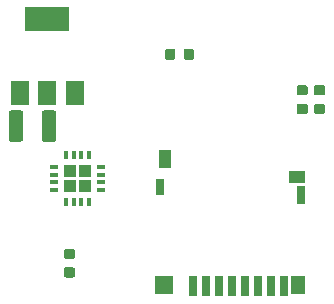
<source format=gbr>
G04 #@! TF.GenerationSoftware,KiCad,Pcbnew,(5.1.5)-3*
G04 #@! TF.CreationDate,2020-04-16T14:44:53-04:00*
G04 #@! TF.ProjectId,STM32_SMD_Quadcopter,53544d33-325f-4534-9d44-5f5175616463,rev?*
G04 #@! TF.SameCoordinates,PX2daf690PY1aab7d8*
G04 #@! TF.FileFunction,Paste,Bot*
G04 #@! TF.FilePolarity,Positive*
%FSLAX46Y46*%
G04 Gerber Fmt 4.6, Leading zero omitted, Abs format (unit mm)*
G04 Created by KiCad (PCBNEW (5.1.5)-3) date 2020-04-16 14:44:53*
%MOMM*%
%LPD*%
G04 APERTURE LIST*
%ADD10C,0.100000*%
%ADD11R,0.350000X0.800000*%
%ADD12R,0.800000X0.350000*%
%ADD13R,1.050000X1.050000*%
%ADD14R,3.800000X2.000000*%
%ADD15R,1.500000X2.000000*%
%ADD16R,0.700000X1.750000*%
%ADD17R,1.300000X1.500000*%
%ADD18R,0.800000X1.500000*%
%ADD19R,1.450000X1.000000*%
%ADD20R,0.800000X1.400000*%
%ADD21R,1.500000X1.500000*%
%ADD22R,1.000000X1.550000*%
G04 APERTURE END LIST*
D10*
G36*
X18807691Y-3996453D02*
G01*
X18828926Y-3999603D01*
X18849750Y-4004819D01*
X18869962Y-4012051D01*
X18889368Y-4021230D01*
X18907781Y-4032266D01*
X18925024Y-4045054D01*
X18940930Y-4059470D01*
X18955346Y-4075376D01*
X18968134Y-4092619D01*
X18979170Y-4111032D01*
X18988349Y-4130438D01*
X18995581Y-4150650D01*
X19000797Y-4171474D01*
X19003947Y-4192709D01*
X19005000Y-4214150D01*
X19005000Y-4726650D01*
X19003947Y-4748091D01*
X19000797Y-4769326D01*
X18995581Y-4790150D01*
X18988349Y-4810362D01*
X18979170Y-4829768D01*
X18968134Y-4848181D01*
X18955346Y-4865424D01*
X18940930Y-4881330D01*
X18925024Y-4895746D01*
X18907781Y-4908534D01*
X18889368Y-4919570D01*
X18869962Y-4928749D01*
X18849750Y-4935981D01*
X18828926Y-4941197D01*
X18807691Y-4944347D01*
X18786250Y-4945400D01*
X18348750Y-4945400D01*
X18327309Y-4944347D01*
X18306074Y-4941197D01*
X18285250Y-4935981D01*
X18265038Y-4928749D01*
X18245632Y-4919570D01*
X18227219Y-4908534D01*
X18209976Y-4895746D01*
X18194070Y-4881330D01*
X18179654Y-4865424D01*
X18166866Y-4848181D01*
X18155830Y-4829768D01*
X18146651Y-4810362D01*
X18139419Y-4790150D01*
X18134203Y-4769326D01*
X18131053Y-4748091D01*
X18130000Y-4726650D01*
X18130000Y-4214150D01*
X18131053Y-4192709D01*
X18134203Y-4171474D01*
X18139419Y-4150650D01*
X18146651Y-4130438D01*
X18155830Y-4111032D01*
X18166866Y-4092619D01*
X18179654Y-4075376D01*
X18194070Y-4059470D01*
X18209976Y-4045054D01*
X18227219Y-4032266D01*
X18245632Y-4021230D01*
X18265038Y-4012051D01*
X18285250Y-4004819D01*
X18306074Y-3999603D01*
X18327309Y-3996453D01*
X18348750Y-3995400D01*
X18786250Y-3995400D01*
X18807691Y-3996453D01*
G37*
G36*
X17232691Y-3996453D02*
G01*
X17253926Y-3999603D01*
X17274750Y-4004819D01*
X17294962Y-4012051D01*
X17314368Y-4021230D01*
X17332781Y-4032266D01*
X17350024Y-4045054D01*
X17365930Y-4059470D01*
X17380346Y-4075376D01*
X17393134Y-4092619D01*
X17404170Y-4111032D01*
X17413349Y-4130438D01*
X17420581Y-4150650D01*
X17425797Y-4171474D01*
X17428947Y-4192709D01*
X17430000Y-4214150D01*
X17430000Y-4726650D01*
X17428947Y-4748091D01*
X17425797Y-4769326D01*
X17420581Y-4790150D01*
X17413349Y-4810362D01*
X17404170Y-4829768D01*
X17393134Y-4848181D01*
X17380346Y-4865424D01*
X17365930Y-4881330D01*
X17350024Y-4895746D01*
X17332781Y-4908534D01*
X17314368Y-4919570D01*
X17294962Y-4928749D01*
X17274750Y-4935981D01*
X17253926Y-4941197D01*
X17232691Y-4944347D01*
X17211250Y-4945400D01*
X16773750Y-4945400D01*
X16752309Y-4944347D01*
X16731074Y-4941197D01*
X16710250Y-4935981D01*
X16690038Y-4928749D01*
X16670632Y-4919570D01*
X16652219Y-4908534D01*
X16634976Y-4895746D01*
X16619070Y-4881330D01*
X16604654Y-4865424D01*
X16591866Y-4848181D01*
X16580830Y-4829768D01*
X16571651Y-4810362D01*
X16564419Y-4790150D01*
X16559203Y-4769326D01*
X16556053Y-4748091D01*
X16555000Y-4726650D01*
X16555000Y-4214150D01*
X16556053Y-4192709D01*
X16559203Y-4171474D01*
X16564419Y-4150650D01*
X16571651Y-4130438D01*
X16580830Y-4111032D01*
X16591866Y-4092619D01*
X16604654Y-4075376D01*
X16619070Y-4059470D01*
X16634976Y-4045054D01*
X16652219Y-4032266D01*
X16670632Y-4021230D01*
X16690038Y-4012051D01*
X16710250Y-4004819D01*
X16731074Y-3999603D01*
X16752309Y-3996453D01*
X16773750Y-3995400D01*
X17211250Y-3995400D01*
X17232691Y-3996453D01*
G37*
G36*
X8735891Y-22499853D02*
G01*
X8757126Y-22503003D01*
X8777950Y-22508219D01*
X8798162Y-22515451D01*
X8817568Y-22524630D01*
X8835981Y-22535666D01*
X8853224Y-22548454D01*
X8869130Y-22562870D01*
X8883546Y-22578776D01*
X8896334Y-22596019D01*
X8907370Y-22614432D01*
X8916549Y-22633838D01*
X8923781Y-22654050D01*
X8928997Y-22674874D01*
X8932147Y-22696109D01*
X8933200Y-22717550D01*
X8933200Y-23155050D01*
X8932147Y-23176491D01*
X8928997Y-23197726D01*
X8923781Y-23218550D01*
X8916549Y-23238762D01*
X8907370Y-23258168D01*
X8896334Y-23276581D01*
X8883546Y-23293824D01*
X8869130Y-23309730D01*
X8853224Y-23324146D01*
X8835981Y-23336934D01*
X8817568Y-23347970D01*
X8798162Y-23357149D01*
X8777950Y-23364381D01*
X8757126Y-23369597D01*
X8735891Y-23372747D01*
X8714450Y-23373800D01*
X8201950Y-23373800D01*
X8180509Y-23372747D01*
X8159274Y-23369597D01*
X8138450Y-23364381D01*
X8118238Y-23357149D01*
X8098832Y-23347970D01*
X8080419Y-23336934D01*
X8063176Y-23324146D01*
X8047270Y-23309730D01*
X8032854Y-23293824D01*
X8020066Y-23276581D01*
X8009030Y-23258168D01*
X7999851Y-23238762D01*
X7992619Y-23218550D01*
X7987403Y-23197726D01*
X7984253Y-23176491D01*
X7983200Y-23155050D01*
X7983200Y-22717550D01*
X7984253Y-22696109D01*
X7987403Y-22674874D01*
X7992619Y-22654050D01*
X7999851Y-22633838D01*
X8009030Y-22614432D01*
X8020066Y-22596019D01*
X8032854Y-22578776D01*
X8047270Y-22562870D01*
X8063176Y-22548454D01*
X8080419Y-22535666D01*
X8098832Y-22524630D01*
X8118238Y-22515451D01*
X8138450Y-22508219D01*
X8159274Y-22503003D01*
X8180509Y-22499853D01*
X8201950Y-22498800D01*
X8714450Y-22498800D01*
X8735891Y-22499853D01*
G37*
G36*
X8735891Y-20924853D02*
G01*
X8757126Y-20928003D01*
X8777950Y-20933219D01*
X8798162Y-20940451D01*
X8817568Y-20949630D01*
X8835981Y-20960666D01*
X8853224Y-20973454D01*
X8869130Y-20987870D01*
X8883546Y-21003776D01*
X8896334Y-21021019D01*
X8907370Y-21039432D01*
X8916549Y-21058838D01*
X8923781Y-21079050D01*
X8928997Y-21099874D01*
X8932147Y-21121109D01*
X8933200Y-21142550D01*
X8933200Y-21580050D01*
X8932147Y-21601491D01*
X8928997Y-21622726D01*
X8923781Y-21643550D01*
X8916549Y-21663762D01*
X8907370Y-21683168D01*
X8896334Y-21701581D01*
X8883546Y-21718824D01*
X8869130Y-21734730D01*
X8853224Y-21749146D01*
X8835981Y-21761934D01*
X8817568Y-21772970D01*
X8798162Y-21782149D01*
X8777950Y-21789381D01*
X8757126Y-21794597D01*
X8735891Y-21797747D01*
X8714450Y-21798800D01*
X8201950Y-21798800D01*
X8180509Y-21797747D01*
X8159274Y-21794597D01*
X8138450Y-21789381D01*
X8118238Y-21782149D01*
X8098832Y-21772970D01*
X8080419Y-21761934D01*
X8063176Y-21749146D01*
X8047270Y-21734730D01*
X8032854Y-21718824D01*
X8020066Y-21701581D01*
X8009030Y-21683168D01*
X7999851Y-21663762D01*
X7992619Y-21643550D01*
X7987403Y-21622726D01*
X7984253Y-21601491D01*
X7983200Y-21580050D01*
X7983200Y-21142550D01*
X7984253Y-21121109D01*
X7987403Y-21099874D01*
X7992619Y-21079050D01*
X7999851Y-21058838D01*
X8009030Y-21039432D01*
X8020066Y-21021019D01*
X8032854Y-21003776D01*
X8047270Y-20987870D01*
X8063176Y-20973454D01*
X8080419Y-20960666D01*
X8098832Y-20949630D01*
X8118238Y-20940451D01*
X8138450Y-20933219D01*
X8159274Y-20928003D01*
X8180509Y-20924853D01*
X8201950Y-20923800D01*
X8714450Y-20923800D01*
X8735891Y-20924853D01*
G37*
G36*
X4333504Y-9217204D02*
G01*
X4357773Y-9220804D01*
X4381571Y-9226765D01*
X4404671Y-9235030D01*
X4426849Y-9245520D01*
X4447893Y-9258133D01*
X4467598Y-9272747D01*
X4485777Y-9289223D01*
X4502253Y-9307402D01*
X4516867Y-9327107D01*
X4529480Y-9348151D01*
X4539970Y-9370329D01*
X4548235Y-9393429D01*
X4554196Y-9417227D01*
X4557796Y-9441496D01*
X4559000Y-9466000D01*
X4559000Y-11616000D01*
X4557796Y-11640504D01*
X4554196Y-11664773D01*
X4548235Y-11688571D01*
X4539970Y-11711671D01*
X4529480Y-11733849D01*
X4516867Y-11754893D01*
X4502253Y-11774598D01*
X4485777Y-11792777D01*
X4467598Y-11809253D01*
X4447893Y-11823867D01*
X4426849Y-11836480D01*
X4404671Y-11846970D01*
X4381571Y-11855235D01*
X4357773Y-11861196D01*
X4333504Y-11864796D01*
X4309000Y-11866000D01*
X3559000Y-11866000D01*
X3534496Y-11864796D01*
X3510227Y-11861196D01*
X3486429Y-11855235D01*
X3463329Y-11846970D01*
X3441151Y-11836480D01*
X3420107Y-11823867D01*
X3400402Y-11809253D01*
X3382223Y-11792777D01*
X3365747Y-11774598D01*
X3351133Y-11754893D01*
X3338520Y-11733849D01*
X3328030Y-11711671D01*
X3319765Y-11688571D01*
X3313804Y-11664773D01*
X3310204Y-11640504D01*
X3309000Y-11616000D01*
X3309000Y-9466000D01*
X3310204Y-9441496D01*
X3313804Y-9417227D01*
X3319765Y-9393429D01*
X3328030Y-9370329D01*
X3338520Y-9348151D01*
X3351133Y-9327107D01*
X3365747Y-9307402D01*
X3382223Y-9289223D01*
X3400402Y-9272747D01*
X3420107Y-9258133D01*
X3441151Y-9245520D01*
X3463329Y-9235030D01*
X3486429Y-9226765D01*
X3510227Y-9220804D01*
X3534496Y-9217204D01*
X3559000Y-9216000D01*
X4309000Y-9216000D01*
X4333504Y-9217204D01*
G37*
G36*
X7133504Y-9217204D02*
G01*
X7157773Y-9220804D01*
X7181571Y-9226765D01*
X7204671Y-9235030D01*
X7226849Y-9245520D01*
X7247893Y-9258133D01*
X7267598Y-9272747D01*
X7285777Y-9289223D01*
X7302253Y-9307402D01*
X7316867Y-9327107D01*
X7329480Y-9348151D01*
X7339970Y-9370329D01*
X7348235Y-9393429D01*
X7354196Y-9417227D01*
X7357796Y-9441496D01*
X7359000Y-9466000D01*
X7359000Y-11616000D01*
X7357796Y-11640504D01*
X7354196Y-11664773D01*
X7348235Y-11688571D01*
X7339970Y-11711671D01*
X7329480Y-11733849D01*
X7316867Y-11754893D01*
X7302253Y-11774598D01*
X7285777Y-11792777D01*
X7267598Y-11809253D01*
X7247893Y-11823867D01*
X7226849Y-11836480D01*
X7204671Y-11846970D01*
X7181571Y-11855235D01*
X7157773Y-11861196D01*
X7133504Y-11864796D01*
X7109000Y-11866000D01*
X6359000Y-11866000D01*
X6334496Y-11864796D01*
X6310227Y-11861196D01*
X6286429Y-11855235D01*
X6263329Y-11846970D01*
X6241151Y-11836480D01*
X6220107Y-11823867D01*
X6200402Y-11809253D01*
X6182223Y-11792777D01*
X6165747Y-11774598D01*
X6151133Y-11754893D01*
X6138520Y-11733849D01*
X6128030Y-11711671D01*
X6119765Y-11688571D01*
X6113804Y-11664773D01*
X6110204Y-11640504D01*
X6109000Y-11616000D01*
X6109000Y-9466000D01*
X6110204Y-9441496D01*
X6113804Y-9417227D01*
X6119765Y-9393429D01*
X6128030Y-9370329D01*
X6138520Y-9348151D01*
X6151133Y-9327107D01*
X6165747Y-9307402D01*
X6182223Y-9289223D01*
X6200402Y-9272747D01*
X6220107Y-9258133D01*
X6241151Y-9245520D01*
X6263329Y-9235030D01*
X6286429Y-9226765D01*
X6310227Y-9220804D01*
X6334496Y-9217204D01*
X6359000Y-9216000D01*
X7109000Y-9216000D01*
X7133504Y-9217204D01*
G37*
D11*
X10119000Y-16986000D03*
X9469000Y-16986000D03*
X8819000Y-16986000D03*
X8169000Y-16986000D03*
D12*
X7144000Y-15961000D03*
X7144000Y-15311000D03*
X7144000Y-14661000D03*
X7144000Y-14011000D03*
D11*
X8169000Y-12986000D03*
X8819000Y-12986000D03*
X9469000Y-12986000D03*
X10119000Y-12986000D03*
D12*
X11144000Y-14011000D03*
X11144000Y-14661000D03*
X11144000Y-15311000D03*
X11144000Y-15961000D03*
D13*
X8519000Y-15611000D03*
X8519000Y-14361000D03*
X9769000Y-15611000D03*
X9769000Y-14361000D03*
D14*
X6604000Y-1447000D03*
D15*
X6604000Y-7747000D03*
X4304000Y-7747000D03*
X8904000Y-7747000D03*
D10*
G36*
X29919491Y-7081853D02*
G01*
X29940726Y-7085003D01*
X29961550Y-7090219D01*
X29981762Y-7097451D01*
X30001168Y-7106630D01*
X30019581Y-7117666D01*
X30036824Y-7130454D01*
X30052730Y-7144870D01*
X30067146Y-7160776D01*
X30079934Y-7178019D01*
X30090970Y-7196432D01*
X30100149Y-7215838D01*
X30107381Y-7236050D01*
X30112597Y-7256874D01*
X30115747Y-7278109D01*
X30116800Y-7299550D01*
X30116800Y-7737050D01*
X30115747Y-7758491D01*
X30112597Y-7779726D01*
X30107381Y-7800550D01*
X30100149Y-7820762D01*
X30090970Y-7840168D01*
X30079934Y-7858581D01*
X30067146Y-7875824D01*
X30052730Y-7891730D01*
X30036824Y-7906146D01*
X30019581Y-7918934D01*
X30001168Y-7929970D01*
X29981762Y-7939149D01*
X29961550Y-7946381D01*
X29940726Y-7951597D01*
X29919491Y-7954747D01*
X29898050Y-7955800D01*
X29385550Y-7955800D01*
X29364109Y-7954747D01*
X29342874Y-7951597D01*
X29322050Y-7946381D01*
X29301838Y-7939149D01*
X29282432Y-7929970D01*
X29264019Y-7918934D01*
X29246776Y-7906146D01*
X29230870Y-7891730D01*
X29216454Y-7875824D01*
X29203666Y-7858581D01*
X29192630Y-7840168D01*
X29183451Y-7820762D01*
X29176219Y-7800550D01*
X29171003Y-7779726D01*
X29167853Y-7758491D01*
X29166800Y-7737050D01*
X29166800Y-7299550D01*
X29167853Y-7278109D01*
X29171003Y-7256874D01*
X29176219Y-7236050D01*
X29183451Y-7215838D01*
X29192630Y-7196432D01*
X29203666Y-7178019D01*
X29216454Y-7160776D01*
X29230870Y-7144870D01*
X29246776Y-7130454D01*
X29264019Y-7117666D01*
X29282432Y-7106630D01*
X29301838Y-7097451D01*
X29322050Y-7090219D01*
X29342874Y-7085003D01*
X29364109Y-7081853D01*
X29385550Y-7080800D01*
X29898050Y-7080800D01*
X29919491Y-7081853D01*
G37*
G36*
X29919491Y-8656853D02*
G01*
X29940726Y-8660003D01*
X29961550Y-8665219D01*
X29981762Y-8672451D01*
X30001168Y-8681630D01*
X30019581Y-8692666D01*
X30036824Y-8705454D01*
X30052730Y-8719870D01*
X30067146Y-8735776D01*
X30079934Y-8753019D01*
X30090970Y-8771432D01*
X30100149Y-8790838D01*
X30107381Y-8811050D01*
X30112597Y-8831874D01*
X30115747Y-8853109D01*
X30116800Y-8874550D01*
X30116800Y-9312050D01*
X30115747Y-9333491D01*
X30112597Y-9354726D01*
X30107381Y-9375550D01*
X30100149Y-9395762D01*
X30090970Y-9415168D01*
X30079934Y-9433581D01*
X30067146Y-9450824D01*
X30052730Y-9466730D01*
X30036824Y-9481146D01*
X30019581Y-9493934D01*
X30001168Y-9504970D01*
X29981762Y-9514149D01*
X29961550Y-9521381D01*
X29940726Y-9526597D01*
X29919491Y-9529747D01*
X29898050Y-9530800D01*
X29385550Y-9530800D01*
X29364109Y-9529747D01*
X29342874Y-9526597D01*
X29322050Y-9521381D01*
X29301838Y-9514149D01*
X29282432Y-9504970D01*
X29264019Y-9493934D01*
X29246776Y-9481146D01*
X29230870Y-9466730D01*
X29216454Y-9450824D01*
X29203666Y-9433581D01*
X29192630Y-9415168D01*
X29183451Y-9395762D01*
X29176219Y-9375550D01*
X29171003Y-9354726D01*
X29167853Y-9333491D01*
X29166800Y-9312050D01*
X29166800Y-8874550D01*
X29167853Y-8853109D01*
X29171003Y-8831874D01*
X29176219Y-8811050D01*
X29183451Y-8790838D01*
X29192630Y-8771432D01*
X29203666Y-8753019D01*
X29216454Y-8735776D01*
X29230870Y-8719870D01*
X29246776Y-8705454D01*
X29264019Y-8692666D01*
X29282432Y-8681630D01*
X29301838Y-8672451D01*
X29322050Y-8665219D01*
X29342874Y-8660003D01*
X29364109Y-8656853D01*
X29385550Y-8655800D01*
X29898050Y-8655800D01*
X29919491Y-8656853D01*
G37*
G36*
X28446291Y-7081853D02*
G01*
X28467526Y-7085003D01*
X28488350Y-7090219D01*
X28508562Y-7097451D01*
X28527968Y-7106630D01*
X28546381Y-7117666D01*
X28563624Y-7130454D01*
X28579530Y-7144870D01*
X28593946Y-7160776D01*
X28606734Y-7178019D01*
X28617770Y-7196432D01*
X28626949Y-7215838D01*
X28634181Y-7236050D01*
X28639397Y-7256874D01*
X28642547Y-7278109D01*
X28643600Y-7299550D01*
X28643600Y-7737050D01*
X28642547Y-7758491D01*
X28639397Y-7779726D01*
X28634181Y-7800550D01*
X28626949Y-7820762D01*
X28617770Y-7840168D01*
X28606734Y-7858581D01*
X28593946Y-7875824D01*
X28579530Y-7891730D01*
X28563624Y-7906146D01*
X28546381Y-7918934D01*
X28527968Y-7929970D01*
X28508562Y-7939149D01*
X28488350Y-7946381D01*
X28467526Y-7951597D01*
X28446291Y-7954747D01*
X28424850Y-7955800D01*
X27912350Y-7955800D01*
X27890909Y-7954747D01*
X27869674Y-7951597D01*
X27848850Y-7946381D01*
X27828638Y-7939149D01*
X27809232Y-7929970D01*
X27790819Y-7918934D01*
X27773576Y-7906146D01*
X27757670Y-7891730D01*
X27743254Y-7875824D01*
X27730466Y-7858581D01*
X27719430Y-7840168D01*
X27710251Y-7820762D01*
X27703019Y-7800550D01*
X27697803Y-7779726D01*
X27694653Y-7758491D01*
X27693600Y-7737050D01*
X27693600Y-7299550D01*
X27694653Y-7278109D01*
X27697803Y-7256874D01*
X27703019Y-7236050D01*
X27710251Y-7215838D01*
X27719430Y-7196432D01*
X27730466Y-7178019D01*
X27743254Y-7160776D01*
X27757670Y-7144870D01*
X27773576Y-7130454D01*
X27790819Y-7117666D01*
X27809232Y-7106630D01*
X27828638Y-7097451D01*
X27848850Y-7090219D01*
X27869674Y-7085003D01*
X27890909Y-7081853D01*
X27912350Y-7080800D01*
X28424850Y-7080800D01*
X28446291Y-7081853D01*
G37*
G36*
X28446291Y-8656853D02*
G01*
X28467526Y-8660003D01*
X28488350Y-8665219D01*
X28508562Y-8672451D01*
X28527968Y-8681630D01*
X28546381Y-8692666D01*
X28563624Y-8705454D01*
X28579530Y-8719870D01*
X28593946Y-8735776D01*
X28606734Y-8753019D01*
X28617770Y-8771432D01*
X28626949Y-8790838D01*
X28634181Y-8811050D01*
X28639397Y-8831874D01*
X28642547Y-8853109D01*
X28643600Y-8874550D01*
X28643600Y-9312050D01*
X28642547Y-9333491D01*
X28639397Y-9354726D01*
X28634181Y-9375550D01*
X28626949Y-9395762D01*
X28617770Y-9415168D01*
X28606734Y-9433581D01*
X28593946Y-9450824D01*
X28579530Y-9466730D01*
X28563624Y-9481146D01*
X28546381Y-9493934D01*
X28527968Y-9504970D01*
X28508562Y-9514149D01*
X28488350Y-9521381D01*
X28467526Y-9526597D01*
X28446291Y-9529747D01*
X28424850Y-9530800D01*
X27912350Y-9530800D01*
X27890909Y-9529747D01*
X27869674Y-9526597D01*
X27848850Y-9521381D01*
X27828638Y-9514149D01*
X27809232Y-9504970D01*
X27790819Y-9493934D01*
X27773576Y-9481146D01*
X27757670Y-9466730D01*
X27743254Y-9450824D01*
X27730466Y-9433581D01*
X27719430Y-9415168D01*
X27710251Y-9395762D01*
X27703019Y-9375550D01*
X27697803Y-9354726D01*
X27694653Y-9333491D01*
X27693600Y-9312050D01*
X27693600Y-8874550D01*
X27694653Y-8853109D01*
X27697803Y-8831874D01*
X27703019Y-8811050D01*
X27710251Y-8790838D01*
X27719430Y-8771432D01*
X27730466Y-8753019D01*
X27743254Y-8735776D01*
X27757670Y-8719870D01*
X27773576Y-8705454D01*
X27790819Y-8692666D01*
X27809232Y-8681630D01*
X27828638Y-8672451D01*
X27848850Y-8665219D01*
X27869674Y-8660003D01*
X27890909Y-8656853D01*
X27912350Y-8655800D01*
X28424850Y-8655800D01*
X28446291Y-8656853D01*
G37*
D16*
X26623000Y-24120600D03*
D17*
X27823000Y-23995600D03*
D18*
X28073000Y-16395600D03*
D19*
X27748000Y-14895600D03*
D20*
X16123000Y-15745600D03*
D16*
X25523000Y-24120600D03*
X24423000Y-24120600D03*
X23323000Y-24120600D03*
X22223000Y-24120600D03*
X21123000Y-24120600D03*
X20023000Y-24120600D03*
X18923000Y-24120600D03*
D21*
X16473000Y-23995600D03*
D22*
X16523000Y-13320600D03*
M02*

</source>
